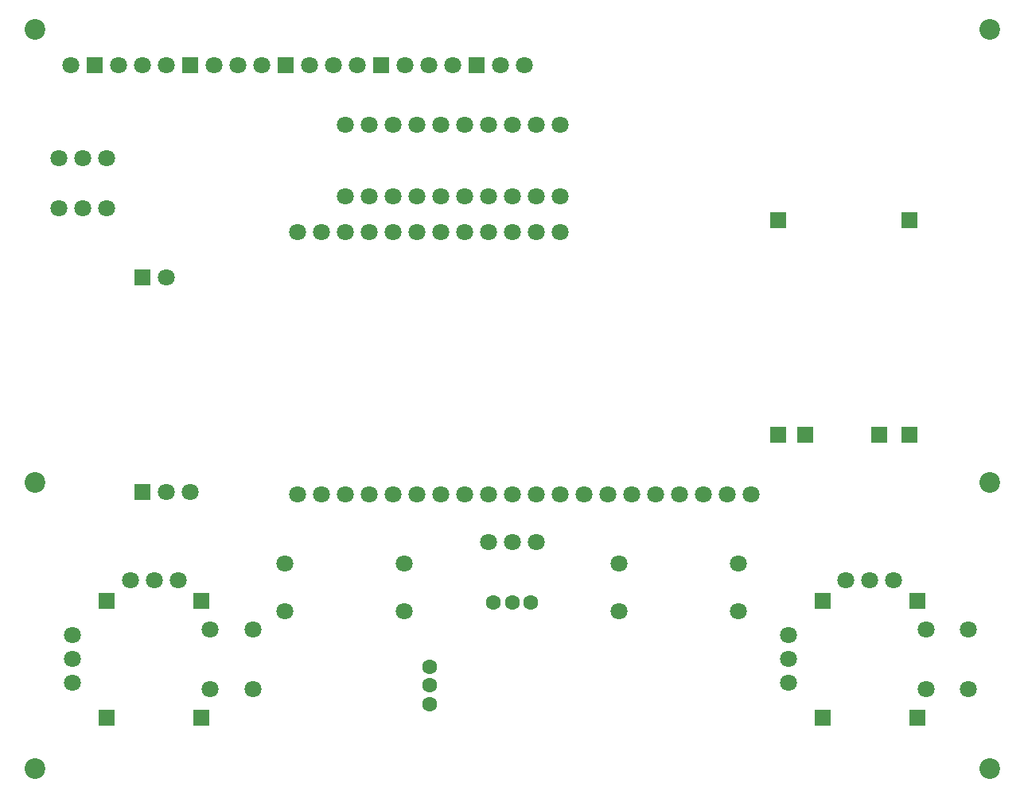
<source format=gts>
%TF.GenerationSoftware,KiCad,Pcbnew,9.0.0*%
%TF.CreationDate,2025-03-19T00:30:10-07:00*%
%TF.ProjectId,remote,72656d6f-7465-42e6-9b69-6361645f7063,v0.3*%
%TF.SameCoordinates,Original*%
%TF.FileFunction,Soldermask,Top*%
%TF.FilePolarity,Negative*%
%FSLAX46Y46*%
G04 Gerber Fmt 4.6, Leading zero omitted, Abs format (unit mm)*
G04 Created by KiCad (PCBNEW 9.0.0) date 2025-03-19 00:30:10*
%MOMM*%
%LPD*%
G01*
G04 APERTURE LIST*
%ADD10C,1.600000*%
%ADD11C,1.800000*%
%ADD12R,1.800000X1.800000*%
%ADD13C,2.200000*%
G04 APERTURE END LIST*
D10*
%TO.C,MINI_THUNSTICK1*%
X141060000Y-129019000D03*
X141060000Y-127019000D03*
X141060000Y-125019000D03*
X151860000Y-118219000D03*
X149860000Y-118219000D03*
X147860000Y-118219000D03*
%TD*%
D11*
%TO.C,RGB_LED4*%
X133350000Y-60979000D03*
D12*
X135890000Y-60979000D03*
D11*
X138430000Y-60979000D03*
X140970000Y-60979000D03*
%TD*%
%TO.C,R8*%
X149860000Y-74949000D03*
X149860000Y-67329000D03*
%TD*%
%TO.C,R2*%
X134620000Y-74949000D03*
X134620000Y-67329000D03*
%TD*%
D13*
%TO.C,REF\u002A\u002A*%
X200660000Y-135890000D03*
%TD*%
D12*
%TO.C,THUMBSTICK1*%
X192980000Y-130480058D03*
X192980000Y-117980058D03*
X182880000Y-130480058D03*
X182880000Y-117980058D03*
D11*
X190470000Y-115830058D03*
X187930000Y-115830058D03*
X185390000Y-115830058D03*
X179230000Y-121690058D03*
X179230000Y-124230058D03*
X179230000Y-126770058D03*
X193880000Y-127380058D03*
X198430000Y-127380058D03*
X193880000Y-121080058D03*
X198430000Y-121080058D03*
%TD*%
%TO.C,R4*%
X139700000Y-74949000D03*
X139700000Y-67329000D03*
%TD*%
%TO.C,R9*%
X152400000Y-74949000D03*
X152400000Y-67329000D03*
%TD*%
%TO.C,ESP32_UWB1*%
X127000000Y-106699000D03*
X129540000Y-106699000D03*
X132080000Y-106699000D03*
X134620000Y-106699000D03*
X137160000Y-106699000D03*
X139700000Y-106699000D03*
X142240000Y-106699000D03*
X144780000Y-106699000D03*
X147320000Y-106699000D03*
X149860000Y-106699000D03*
X152400000Y-106699000D03*
X154940000Y-106699000D03*
X157480000Y-106699000D03*
X160020000Y-106699000D03*
X162560000Y-106699000D03*
X165100000Y-106699000D03*
X167640000Y-106699000D03*
X170180000Y-106699000D03*
X172720000Y-106699000D03*
X175260000Y-106699000D03*
X127000000Y-78759000D03*
X129540000Y-78759000D03*
X132080000Y-78759000D03*
X134620000Y-78759000D03*
X137160000Y-78759000D03*
X139700000Y-78759000D03*
X142240000Y-78759000D03*
X144780000Y-78759000D03*
X147320000Y-78759000D03*
X149860000Y-78759000D03*
X152400000Y-78759000D03*
X154940000Y-78759000D03*
%TD*%
%TO.C,ON_OFF_SWITCH1*%
X101600000Y-70890058D03*
X104140000Y-70890058D03*
X106680000Y-70890058D03*
%TD*%
%TO.C,R7*%
X147320000Y-74949000D03*
X147320000Y-67329000D03*
%TD*%
%TO.C,BUTTON2*%
X125700000Y-114070058D03*
X125700000Y-119150058D03*
X138400000Y-114070058D03*
X138400000Y-119150058D03*
%TD*%
%TO.C,RGB_LED1*%
X102870000Y-60979000D03*
D12*
X105410000Y-60979000D03*
D11*
X107950000Y-60979000D03*
X110490000Y-60979000D03*
%TD*%
%TO.C,R1*%
X132080000Y-74949000D03*
X132080000Y-67329000D03*
%TD*%
D12*
%TO.C,THUMBSTICK2*%
X116810000Y-130480058D03*
X116810000Y-117980058D03*
X106710000Y-130480058D03*
X106710000Y-117980058D03*
D11*
X114300000Y-115830058D03*
X111760000Y-115830058D03*
X109220000Y-115830058D03*
X103060000Y-121690058D03*
X103060000Y-124230058D03*
X103060000Y-126770058D03*
X117710000Y-127380058D03*
X122260000Y-127380058D03*
X117710000Y-121080058D03*
X122260000Y-121080058D03*
%TD*%
D12*
%TO.C,5V_DC_DC_CONVERTER1*%
X110490000Y-106450058D03*
D11*
X113030000Y-106450058D03*
X115570000Y-106450058D03*
D12*
X110490000Y-83590058D03*
D11*
X113030000Y-83590058D03*
%TD*%
D13*
%TO.C,REF\u002A\u002A*%
X200660000Y-105410000D03*
%TD*%
%TO.C,REF\u002A\u002A*%
X200660000Y-57150000D03*
%TD*%
D11*
%TO.C,BUTTON1*%
X161260000Y-114070058D03*
X161260000Y-119150058D03*
X173960000Y-114070058D03*
X173960000Y-119150058D03*
%TD*%
%TO.C,RGB_LED2*%
X113030000Y-60979000D03*
D12*
X115570000Y-60979000D03*
D11*
X118110000Y-60979000D03*
X120650000Y-60979000D03*
%TD*%
D13*
%TO.C,REF\u002A\u002A*%
X99060000Y-135890000D03*
%TD*%
D11*
%TO.C,R6*%
X144780000Y-74949000D03*
X144780000Y-67329000D03*
%TD*%
%TO.C,R10*%
X154940000Y-74949000D03*
X154940000Y-67329000D03*
%TD*%
%TO.C,RGB_LED3*%
X123190000Y-60979000D03*
D12*
X125730000Y-60979000D03*
D11*
X128270000Y-60979000D03*
X130810000Y-60979000D03*
%TD*%
%TO.C,LOCK_SWITCH1*%
X147320000Y-111779000D03*
X149860000Y-111779000D03*
X152400000Y-111779000D03*
%TD*%
%TO.C,R3*%
X137160000Y-74949000D03*
X137160000Y-67329000D03*
%TD*%
D13*
%TO.C,REF\u002A\u002A*%
X99060000Y-105410000D03*
%TD*%
D11*
%TO.C,UWB_SELECTOR1*%
X101600000Y-76200000D03*
X104140000Y-76200000D03*
X106680000Y-76200000D03*
%TD*%
D13*
%TO.C,REF\u002A\u002A*%
X99060000Y-57150000D03*
%TD*%
D11*
%TO.C,R5*%
X142240000Y-74949000D03*
X142240000Y-67329000D03*
%TD*%
%TO.C,RGB_LED5*%
X143510000Y-60979000D03*
D12*
X146050000Y-60979000D03*
D11*
X148590000Y-60979000D03*
X151130000Y-60979000D03*
%TD*%
D12*
%TO.C,3.7V_BATTERY_CHARGER1*%
X178175000Y-77470000D03*
X192145000Y-77470000D03*
X178175000Y-100330000D03*
X181075000Y-100330000D03*
X188945000Y-100330000D03*
X192145000Y-100330000D03*
%TD*%
M02*

</source>
